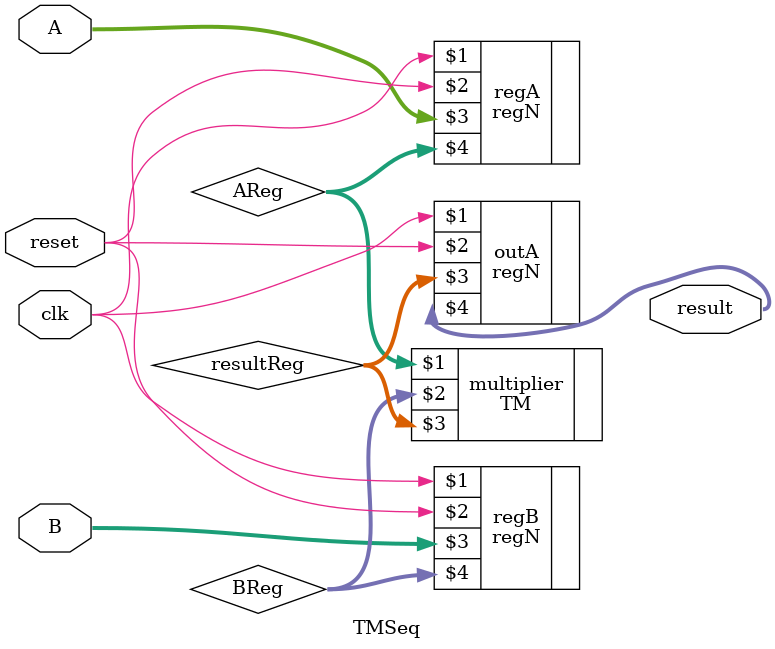
<source format=v>
module TMSeq(
    A,
    B,
    clk,
    reset,
    result
);
input clk, reset;
input [31:0] A,B;
output [63:0]  result;
wire [31:0] AReg;
wire [31:0] BReg;
wire [63:0] resultReg;
regN #(32) regA (
    clk,
    reset,
    A,
    AReg
);
regN #(32) regB (
    clk,
    reset,
    B,
    BReg
);
TM multiplier(
    AReg,
    BReg,
    resultReg
);
regN #(64) outA (
    clk,
    reset,
    resultReg[63:0],
    result[63:0]
);

endmodule
</source>
